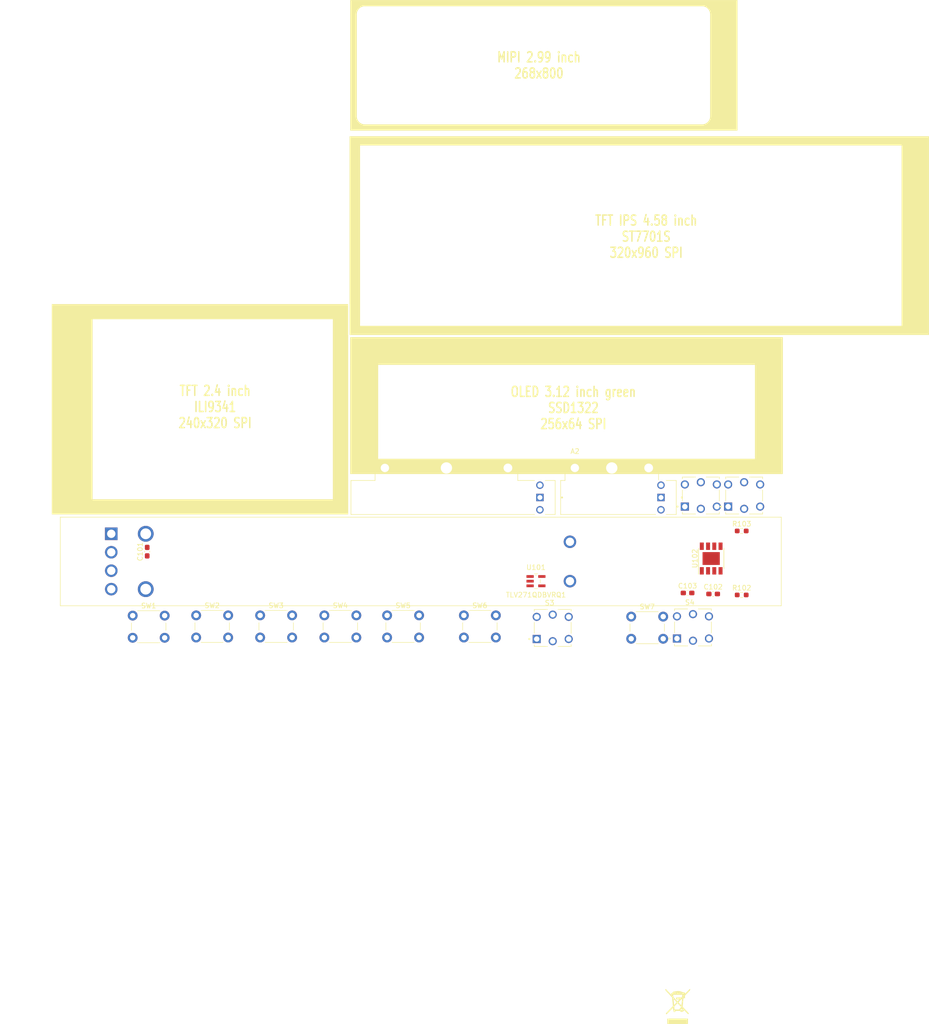
<source format=kicad_pcb>
(kicad_pcb (version 20211014) (generator pcbnew)
  (title_block (title "Winamp") (date "2023-04-05") (rev "1.0") (comment 1 "MIT") (comment 2 "Copyright (©) 2023 André Fiedler <mail@andrefiedler.de>"))
  (layers (0 "F.Cu" signal "Vorderseite") (31 "B.Cu" signal "Rückseite") (34 "B.Paste" user) (35 "F.Paste" user) (36 "B.SilkS" user "B.Silkscreen") (37 "F.SilkS" user "F.Silkscreen") (38 "B.Mask" user) (39 "F.Mask" user) (44 "Edge.Cuts" user))
  (net 0 "")
  (net 1 "GND")
  (net 2 "Net-(C103-Pad1)")
  (net 3 "Net-(R101-Pad2)")
  (net 4 "+3V3")
  (net 5 "Net-(R101-PadA)")
  (net 7 "Net-(R101-PadB)")
  (net 8 "Net-(R102-Pad2)")
  (net 9 "Net-(R103-Pad2)")
  (net 13 "Duration Poti Motor FWD")
  (net 14 "Duration Poti Value")
  (net 15 "Duration Poti Motor REV")
  (footprint "kicad-libraries:WEEE_7mm" (layer "F.Cu") (at 164.8 181.2)
    (fp_text reference "G***" hide)
    (fp_text value "LOGO" hide)
    (fp_poly (pts (xy 2.032 3.527778) (xy -0.014111 3.527778) (xy -2.060222 3.527778) (xy -2.060222 3.019778) (xy -2.060222 2.511778) (xy -0.014111 2.511778) (xy 2.032 2.511778) (xy 2.032 3.019778) (xy 2.032 3.527778)) (layer "F.SilkS") (width 0.1) (fill solid))
    (fp_poly (pts (xy 2.482863 -3.409859) (xy 2.480804 -3.376179) (xy 2.471206 -3.341837) (xy 2.44964 -3.301407) (xy 2.411675 -3.249463) (xy 2.352883 -3.180577) (xy 2.268835 -3.089322) (xy 2.155101 -2.970274) (xy 2.007251 -2.818004) (xy 1.961444 -2.771041) (xy 1.439333 -2.23603) (xy 1.439333 -1.978793) (xy 1.439333 -1.721555) (xy 1.298222 -1.721555) (xy 1.298222 -1.994947) (xy 1.298222 -2.099005) (xy 1.213555 -2.017889) (xy 1.160676 -1.962169) (xy 1.131131 -1.921219) (xy 1.128889 -1.913831) (xy 1.153434 -1.897717) (xy 1.212566 -1.89089) (xy 1.213555 -1.890889) (xy 1.269418 -1.895963) (xy 1.29309 -1.922356) (xy 1.298206 -1.986828) (xy 1.298222 -1.994947) (xy 1.298222 -1.721555) (xy 1.28539 -1.721555) (xy 1.241376 -1.723224) (xy 1.205837 -1.724651) (xy 1.177386 -1.720468) (xy 1.154636 -1.705309) (xy 1.136199 -1.673804) (xy 1.120687 -1.620585) (xy 1.106713 -1.540286) (xy 1.092889 -1.427539) (xy 1.077827 -1.276974) (xy 1.060141 -1.083225) (xy 1.038443 -0.840924) (xy 1.028031 -0.725936) (xy 1.016 -0.593851) (xy 1.016 -2.342444) (xy 1.016 -2.427111) (xy 0.964919 -2.427111) (xy 0.964919 -2.654131) (xy 0.96044 -2.665934) (xy 0.910629 -2.701752) (xy 0.825292 -2.742703) (xy 0.723934 -2.781372) (xy 0.626061 -2.810345) (xy 0.551179 -2.822208) (xy 0.549274 -2.822222) (xy 0.494484 -2.808563) (xy 0.479778 -2.765778) (xy 0.476666 -2.742735) (xy 0.461334 -2.726991) (xy 0.424786 -2.717163) (xy 0.358027 -2.711867) (xy 0.252063 -2.709719) (xy 0.239909 -2.709686) (xy 0.239909 -2.892647) (xy 0.233665 -2.897338) (xy 0.218722 -2.899226) (xy 0.112749 -2.903792) (xy 0.007055 -2.899226) (xy -0.017767 -2.894178) (xy 0.007962 -2.890336) (xy 0.078354 -2.888317) (xy 0.112889 -2.888155) (xy 0.197687 -2.889381) (xy 0.239909 -2.892647) (xy 0.239909 -2.709686) (xy 0.112889 -2.709333) (xy -0.254 -2.709333) (xy -0.254 -2.782537) (xy -0.256796 -2.824575) (xy -0.274517 -2.843911) (xy -0.321168 -2.845575) (xy -0.402167 -2.835755) (xy -0.502773 -2.820747) (xy -0.559752 -2.80431) (xy -0.585498 -2.778111) (xy -0.592403 -2.733815) (xy -0.592667 -2.707668) (xy -0.592667 -2.624667) (xy 0.201011 -2.624667) (xy 0.434757 -2.624964) (xy 0.617649 -2.62606) (xy 0.755277 -2.628256) (xy 0.853229 -2.631858) (xy 0.917094 -2.637169) (xy 0.952461 -2.644492) (xy 0.964919 -2.654131) (xy 0.964919 -2.427111) (xy 0.026103 -2.427111) (xy -0.874889 -2.427111) (xy -0.874889 -2.652889) (xy -0.884518 -2.680377) (xy -0.887335 -2.681111) (xy -0.91143 -2.661335) (xy -0.917222 -2.652889) (xy -0.914985 -2.626883) (xy -0.904777 -2.624667) (xy -0.876038 -2.645153) (xy -0.874889 -2.652889) (xy -0.874889 -2.427111) (xy -0.963793 -2.427111) (xy -0.943537 -2.166055) (xy -0.938094 -2.087369) (xy -0.932714 -2.024235) (xy -0.92321 -1.970393) (xy -0.905395 -1.919583) (xy -0.875081 -1.865545) (xy -0.828081 -1.802019) (xy -0.760208 -1.722746) (xy -0.667273 -1.621464) (xy -0.54509 -1.491915) (xy -0.389471 -1.327837) (xy -0.366889 -1.303985) (xy -0.042333 -0.961041) (xy 0.205281 -1.207243) (xy 0.452896 -1.453444) (xy 0.099448 -1.461343) (xy -0.254 -1.469242) (xy -0.254 -1.623621) (xy -0.254 -1.778) (xy 0.183444 -1.778) (xy 0.620889 -1.778) (xy 0.620889 -1.701353) (xy 0.622969 -1.664993) (xy 0.634687 -1.65375) (xy 0.664256 -1.671682) (xy 0.719893 -1.722845) (xy 0.776111 -1.778) (xy 0.854414 -1.857186) (xy 0.900636 -1.914327) (xy 0.92323 -1.966659) (xy 0.930646 -2.031417) (xy 0.931333 -2.094536) (xy 0.934803 -2.190842) (xy 0.947055 -2.241675) (xy 0.97085 -2.257681) (xy 0.973667 -2.257778) (xy 1.007275 -2.28302) (xy 1.016 -2.342444) (xy 1.016 -0.593851) (xy 0.954054 0.086239) (xy 1.34486 0.498024) (xy 1.555216 0.719617) (xy 1.729916 0.903769) (xy 1.872041 1.054091) (xy 1.984676 1.174196) (xy 2.070901 1.267694) (xy 2.133801 1.338196) (xy 2.176457 1.389314) (xy 2.201952 1.424658) (xy 2.21337 1.447841) (xy 2.213792 1.462473) (xy 2.206301 1.472165) (xy 2.19398 1.480529) (xy 2.187398 1.485028) (xy 2.139541 1.515553) (xy 2.118022 1.524) (xy 2.094879 1.504317) (xy 2.039069 1.449218) (xy 1.956356 1.364626) (xy 1.852504 1.256463) (xy 1.733278 1.130652) (xy 1.678916 1.072812) (xy 1.255889 0.621625) (xy 1.239947 0.712979) (xy 1.197516 0.849251) (xy 1.119827 0.950313) (xy 1.079557 0.982306) (xy 1.017977 1.011638) (xy 1.017977 0.632978) (xy 0.995676 0.556992) (xy 0.945013 0.49721) (xy 0.945013 -1.715394) (xy 0.94482 -1.716067) (xy 0.923395 -1.700567) (xy 0.870211 -1.651048) (xy 0.792165 -1.57462) (xy 0.696154 -1.478392) (xy 0.589075 -1.369476) (xy 0.477826 -1.254981) (xy 0.369303 -1.142017) (xy 0.270405 -1.037695) (xy 0.188029 -0.949124) (xy 0.129071 -0.883415) (xy 0.100429 -0.847678) (xy 0.098778 -0.843916) (xy 0.117043 -0.81413) (xy 0.166773 -0.753937) (xy 0.240369 -0.67125) (xy 0.330231 -0.573984) (xy 0.42876 -0.470051) (xy 0.528358 -0.367365) (xy 0.621424 -0.273839) (xy 0.70036 -0.197387) (xy 0.757566 -0.145921) (xy 0.785443 -0.127355) (xy 0.786505 -0.12776) (xy 0.793707 -0.159396) (xy 0.805121 -0.239895) (xy 0.819901 -0.361901) (xy 0.837205 -0.51806) (xy 0.856186 -0.701015) (xy 0.876002 -0.903411) (xy 0.878183 -0.926402) (xy 0.897143 -1.129855) (xy 0.913788 -1.314176) (xy 0.927509 -1.472128) (xy 0.937694 -1.596473) (xy 0.943732 -1.679974) (xy 0.945013 -1.715394) (xy 0.945013 0.49721) (xy 0.944024 0.496043) (xy 0.871243 0.460602) (xy 0.785555 0.461141) (xy 0.764432 0.470982) (xy 0.764432 0.168896) (xy 0.745079 0.120107) (xy 0.697438 0.051745) (xy 0.618576 -0.041481) (xy 0.505557 -0.164861) (xy 0.374559 -0.303585) (xy -0.041854 -0.741711) (xy -0.132242 -0.647751) (xy -0.132242 -0.841738) (xy -0.508984 -1.238599) (xy -0.625421 -1.36067) (xy -0.727784 -1.466874) (xy -0.810087 -1.55109) (xy -0.866341 -1.607198) (xy -0.89056 -1.629078) (xy -0.891025 -1.629119) (xy -0.890844 -1.599805) (xy -0.886195 -1.523686) (xy -0.877886 -1.410152) (xy -0.866727 -1.268597) (xy -0.853528 -1.108412) (xy -0.839099 -0.938988) (xy -0.824249 -0.769717) (xy -0.809789 -0.60999) (xy -0.796527 -0.4692) (xy -0.785274 -0.356738) (xy -0.776839 -0.281995) (xy -0.772591 -0.25543) (xy -0.74805 -0.256656) (xy -0.687291 -0.300651) (xy -0.590212 -0.387499) (xy -0.456711 -0.517286) (xy -0.445848 -0.528132) (xy -0.132242 -0.841738) (xy -0.132242 -0.647751) (xy -0.403136 -0.366149) (xy -0.532757 -0.230252) (xy -0.62722 -0.127772) (xy -0.691435 -0.052372) (xy -0.730313 0.002286) (xy -0.748765 0.04254) (xy -0.751699 0.074729) (xy -0.750572 0.082317) (xy -0.742402 0.14269) (xy -0.732359 0.241951) (xy -0.722136 0.362656) (xy -0.718145 0.416278) (xy -0.699563 0.677333) (xy -0.138115 0.677333) (xy 0.423333 0.677333) (xy 0.423333 0.584835) (xy 0.449981 0.463491) (xy 0.523642 0.355175) (xy 0.63489 0.272054) (xy 0.682126 0.250719) (xy 0.73002 0.228911) (xy 0.758434 0.2034) (xy 0.764432 0.168896) (xy 0.764432 0.470982) (xy 0.711835 0.495489) (xy 0.659024 0.562819) (xy 0.647539 0.649049) (xy 0.676635 0.735445) (xy 0.723473 0.788174) (xy 0.784468 0.828555) (xy 0.830825 0.846601) (xy 0.832555 0.846667) (xy 0.877213 0.830394) (xy 0.938072 0.790949) (xy 0.941638 0.788174) (xy 1.002705 0.713529) (xy 1.017977 0.632978) (xy 1.017977 1.011638) (xy 0.949842 1.044093) (xy 0.810166 1.060981) (xy 0.675259 1.034339) (xy 0.559855 0.965538) (xy 0.525993 0.9308) (xy 0.455199 0.846667) (xy -0.0264 0.846667) (xy -0.508 0.846667) (xy -0.508 0.959556) (xy -0.508 1.072445) (xy -0.649111 1.072445) (xy -0.790222 1.072445) (xy -0.790222 0.975954) (xy -0.803072 0.881747) (xy -0.831861 0.799565) (xy -0.85235 0.735143) (xy -0.871496 0.630455) (xy -0.886633 0.501661) (xy -0.8916 0.437445) (xy -0.909702 0.155222) (xy -1.596125 0.853722) (xy -1.756866 1.017004) (xy -1.904817 1.166738) (xy -2.035402 1.29834) (xy -2.144049 1.407222) (xy -2.226183 1.4888) (xy -2.277232 1.538486) (xy -2.292741 1.552222) (xy -2.318618 1.535182) (xy -2.3368 1.518356) (xy -2.366614 1.474736) (xy -2.370667 1.458297) (xy -2.351653 1.432751) (xy -2.297528 1.371534) (xy -2.212667 1.27931) (xy -2.101445 1.160741) (xy -1.968236 1.020491) (xy -1.817416 0.863223) (xy -1.653359 0.693601) (xy -1.649999 0.690141) (xy -0.929331 -0.051823) (xy -1.000888 -0.874398) (xy -1.019193 -1.08713) (xy -1.035769 -1.284177) (xy -1.049992 -1.457782) (xy -1.061239 -1.600189) (xy -1.068889 -1.70364) (xy -1.072318 -1.760379) (xy -1.072445 -1.765937) (xy -1.083169 -1.796856) (xy -1.117145 -1.848518) (xy -1.177081 -1.924038) (xy -1.265681 -2.026535) (xy -1.385653 -2.159123) (xy -1.539703 -2.324921) (xy -1.730537 -2.527044) (xy -1.763174 -2.561396) (xy -1.94576 -2.753708) (xy -2.093058 -2.909847) (xy -2.208848 -3.034377) (xy -2.296909 -3.131865) (xy -2.361021 -3.206878) (xy -2.404962 -3.263981) (xy -2.432513 -3.30774) (xy -2.447452 -3.342721) (xy -2.453559 -3.373491) (xy -2.454619 -3.396775) (xy -2.455333 -3.505661) (xy -2.136329 -3.170998) (xy -2.000627 -3.028421) (xy -1.842494 -2.861938) (xy -1.678217 -2.688716) (xy -1.524082 -2.52592) (xy -1.466152 -2.46464) (xy -1.354055 -2.346541) (xy -1.256193 -2.244484) (xy -1.178749 -2.164831) (xy -1.127907 -2.113947) (xy -1.109886 -2.09804) (xy -1.109577 -2.126426) (xy -1.113821 -2.195386) (xy -1.12076 -2.279234) (xy -1.130834 -2.37523) (xy -1.143684 -2.427922) (xy -1.166434 -2.45028) (xy -1.206208 -2.455276) (xy -1.217475 -2.455333) (xy -1.274769 -2.462802) (xy -1.295863 -2.497097) (xy -1.298222 -2.54) (xy -1.290268 -2.600887) (xy -1.25796 -2.622991) (xy -1.232974 -2.624667) (xy -1.165809 -2.649307) (xy -1.106569 -2.707387) (xy -1.038059 -2.780849) (xy -0.96015 -2.840472) (xy -0.90268 -2.886543) (xy -0.87527 -2.932359) (xy -0.874889 -2.936944) (xy -0.866717 -2.958171) (xy -0.836053 -2.973488) (xy -0.773676 -2.98482) (xy -0.670366 -2.994091) (xy -0.571902 -3.000209) (xy -0.444753 -3.009947) (xy -0.342774 -3.022633) (xy -0.277341 -3.036575) (xy -0.259106 -3.046795) (xy -0.227621 -3.061127) (xy -0.152899 -3.071083) (xy -0.047962 -3.076818) (xy 0.074164 -3.078489) (xy 0.200456 -3.076251) (xy 0.31789 -3.07026) (xy 0.41344 -3.060673) (xy 0.474084 -3.047645) (xy 0.488466 -3.037844) (xy 0.523084 -3.012128) (xy 0.59531 -2.989452) (xy 0.645346 -2.980608) (xy 0.752526 -2.955733) (xy 0.873538 -2.912358) (xy 0.942299 -2.880321) (xy 1.046225 -2.831835) (xy 1.128071 -2.811654) (xy 1.210866 -2.814154) (xy 1.212404 -2.814358) (xy 1.324381 -2.811082) (xy 1.398504 -2.765955) (xy 1.435053 -2.678737) (xy 1.439333 -2.621893) (xy 1.416263 -2.519845) (xy 1.351912 -2.452433) (xy 1.25357 -2.427141) (xy 1.249609 -2.427111) (xy 1.20332 -2.41653) (xy 1.186549 -2.373932) (xy 1.185333 -2.342444) (xy 1.192841 -2.282987) (xy 1.210931 -2.257784) (xy 1.211244 -2.257778) (xy 1.236778 -2.277108) (xy 1.296879 -2.331881) (xy 1.386564 -2.417269) (xy 1.500846 -2.528446) (xy 1.634743 -2.660585) (xy 1.783269 -2.808858) (xy 1.859662 -2.885722) (xy 2.48217 -3.513666) (xy 2.482863 -3.409859)) (layer "F.SilkS") (width 0.1) (fill solid))
  )
  (footprint "RDC1032:XDCR_RDC1032" (layer "F.Cu") (at 117.8 77.8)
    (fp_text reference "A1" (at -16.475 -9.385) (layer "F.SilkS"))
    (fp_text value "RDC1032")
    (fp_line (start -14.5 -7.5) (end 14.5 -7.5) (layer "F.SilkS") (width 0.127))
    (fp_line (start -19.4 3.45) (end -19.4 -3.45) (layer "F.SilkS") (width 0.127))
    (fp_line (start -19.4 -3.45) (end -14.5 -3.45) (layer "F.SilkS") (width 0.127))
    (fp_line (start 22.1 -3.45) (end 22.1 3.45) (layer "F.SilkS") (width 0.127))
    (fp_line (start 20.074 -3.45) (end 22.1 -3.45) (layer "F.SilkS") (width 0.127))
    (fp_line (start -14.5 -3.45) (end -14.5 -7.5) (layer "F.SilkS") (width 0.127))
    (fp_line (start 14.5 -7.5) (end 14.5 -3.45) (layer "F.SilkS") (width 0.127))
    (fp_line (start 22.1 3.45) (end 20.074 3.45) (layer "F.SilkS") (width 0.127))
    (fp_line (start 14.5 -3.45) (end 17.926 -3.45) (layer "F.SilkS") (width 0.127))
    (fp_line (start 17.926 3.45) (end -19.4 3.45) (layer "F.SilkS") (width 0.127))
    (fp_circle (center 23.5 0) (end 23.6 0) (layer "F.SilkS") (width 0.2) (fill none))
    (fp_line (start -12.7 -6.85) (end -12.3 -6.85) (layer "Edge.Cuts") (width 0.01))
    (fp_line (start -12.3 -5.15) (end -12.7 -5.15) (layer "Edge.Cuts") (width 0.01))
    (fp_arc (start -12.3 -6.85) (mid -11.698959 -6.601041) (end -11.45 -6) (layer "Edge.Cuts") (width 0.01))
    (fp_arc (start -12.7 -5.15) (mid -13.301041 -5.398959) (end -13.55 -6) (layer "Edge.Cuts") (width 0.01))
    (fp_arc (start -13.55 -6) (mid -13.301041 -6.601041) (end -12.7 -6.85) (layer "Edge.Cuts") (width 0.01))
    (fp_arc (start -11.45 -6) (mid -11.698959 -5.398959) (end -12.3 -5.15) (layer "Edge.Cuts") (width 0.01))
    (pad "" np_thru_hole circle locked (at 0 -6) (size 2.3 2.3) (drill 2.3) (layers *.Cu *.Mask))
    (pad "" np_thru_hole circle locked (at -12.5 -6) (size 1.7 1.7) (drill 1.7) (layers *.Cu *.Mask))
    (pad "" np_thru_hole circle locked (at 12.5 -6) (size 1.78 1.78) (drill 1.78) (layers *.Cu *.Mask))
    (pad "1T" thru_hole rect locked (at 19 0) (size 1.508 1.508) (drill 1) (layers *.Cu *.Mask))
    (pad "2T" thru_hole circle locked (at 19 2.5) (size 1.508 1.508) (drill 1) (layers *.Cu *.Mask))
    (pad "3T" thru_hole circle locked (at 19 -2.5) (size 1.508 1.508) (drill 1) (layers *.Cu *.Mask))
  )
  (footprint "Capacitor_SMD:C_0603_1608Metric_Pad1.08x0.95mm_HandSolder" (layer "F.Cu") (at 57 88.8 90)
    (fp_text reference "C101" (at 0 -1.43 90) (layer "F.SilkS"))
    (fp_text value "100nF")
    (fp_line (start -0.146267 -0.51) (end 0.146267 -0.51) (layer "F.SilkS") (width 0.12))
    (fp_line (start -0.146267 0.51) (end 0.146267 0.51) (layer "F.SilkS") (width 0.12))
    (pad "1" smd roundrect (at -0.8625 0 90) (size 1.075 0.95) (layers "F.Cu" "F.Paste" "F.Mask") (net 1 "GND"))
    (pad "2" smd roundrect (at 0.8625 0 90) (size 1.075 0.95) (layers "F.Cu" "F.Paste" "F.Mask") (net 4 "+3V3"))
  )
  (footprint "TL1240GQ1JCLR:SW_TL1240GQ1JCLR" (layer "F.Cu") (at 169.5 77.4)
    (fp_text reference "S1" (at -0.635 -5.08) (layer "F.SilkS"))
    (fp_text value "TL1240GQ1JCLR")
    (fp_line (start 3.75 3.75) (end 1.074 3.75) (layer "F.SilkS") (width 0.127))
    (fp_line (start 3.75 3.75) (end 3.75 3.3885) (layer "F.SilkS") (width 0.127))
    (fp_line (start 1.074 -3.75) (end 3.75 -3.75) (layer "F.SilkS") (width 0.127))
    (fp_line (start -3.75 -3.75) (end -1.074 -3.75) (layer "F.SilkS") (width 0.127))
    (fp_line (start 3.75 -1.1115) (end 3.75 1.1115) (layer "F.SilkS") (width 0.127))
    (fp_line (start -3.75 -3.3885) (end -3.75 -3.75) (layer "F.SilkS") (width 0.127))
    (fp_line (start -3.75 -1.1115) (end -3.75 1.1115) (layer "F.SilkS") (width 0.127))
    (fp_line (start -3.75 3.75) (end -3.75 3.3885) (layer "F.SilkS") (width 0.127))
    (fp_line (start -1.074 3.75) (end -3.75 3.75) (layer "F.SilkS") (width 0.127))
    (fp_line (start 3.75 -3.75) (end 3.75 -3.3885) (layer "F.SilkS") (width 0.127))
    (fp_circle (center -4.75 2.25) (end -4.65 2.25) (layer "F.SilkS") (width 0.2) (fill none))
    (pad "+" thru_hole circle locked (at 0 -2.7) (size 1.65 1.65) (drill 1.1) (layers *.Cu *.Mask))
    (pad "-" thru_hole circle locked (at 0 2.7) (size 1.65 1.65) (drill 1.1) (layers *.Cu *.Mask))
    (pad "1" thru_hole rect locked (at -3.25 2.25) (size 1.65 1.65) (drill 1.1) (layers *.Cu *.Mask))
    (pad "2" thru_hole circle locked (at 3.25 2.25) (size 1.65 1.65) (drill 1.1) (layers *.Cu *.Mask))
    (pad "3" thru_hole circle locked (at -3.25 -2.25) (size 1.65 1.65) (drill 1.1) (layers *.Cu *.Mask))
    (pad "4" thru_hole circle locked (at 3.25 -2.25) (size 1.65 1.65) (drill 1.1) (layers *.Cu *.Mask))
  )
  (footprint "TL1240GQ1JCLR:SW_TL1240GQ1JCLR" (layer "F.Cu") (at 167.9 104.2)
    (fp_text reference "S4" (at -0.635 -5.08) (layer "F.SilkS"))
    (fp_text value "TL1240GQ1JCLR")
    (fp_line (start -3.75 3.75) (end -3.75 3.3885) (layer "F.SilkS") (width 0.127))
    (fp_line (start 3.75 3.75) (end 1.074 3.75) (layer "F.SilkS") (width 0.127))
    (fp_line (start -1.074 3.75) (end -3.75 3.75) (layer "F.SilkS") (width 0.127))
    (fp_line (start 3.75 -1.1115) (end 3.75 1.1115) (layer "F.SilkS") (width 0.127))
    (fp_line (start -3.75 -1.1115) (end -3.75 1.1115) (layer "F.SilkS") (width 0.127))
    (fp_line (start 3.75 -3.75) (end 3.75 -3.3885) (layer "F.SilkS") (width 0.127))
    (fp_line (start 3.75 3.75) (end 3.75 3.3885) (layer "F.SilkS") (width 0.127))
    (fp_line (start 1.074 -3.75) (end 3.75 -3.75) (layer "F.SilkS") (width 0.127))
    (fp_line (start -3.75 -3.3885) (end -3.75 -3.75) (layer "F.SilkS") (width 0.127))
    (fp_line (start -3.75 -3.75) (end -1.074 -3.75) (layer "F.SilkS") (width 0.127))
    (fp_circle (center -4.75 2.25) (end -4.65 2.25) (layer "F.SilkS") (width 0.2) (fill none))
    (pad "+" thru_hole circle locked (at 0 -2.7) (size 1.65 1.65) (drill 1.1) (layers *.Cu *.Mask))
    (pad "-" thru_hole circle locked (at 0 2.7) (size 1.65 1.65) (drill 1.1) (layers *.Cu *.Mask))
    (pad "1" thru_hole rect locked (at -3.25 2.25) (size 1.65 1.65) (drill 1.1) (layers *.Cu *.Mask))
    (pad "2" thru_hole circle locked (at 3.25 2.25) (size 1.65 1.65) (drill 1.1) (layers *.Cu *.Mask))
    (pad "3" thru_hole circle locked (at -3.25 -2.25) (size 1.65 1.65) (drill 1.1) (layers *.Cu *.Mask))
    (pad "4" thru_hole circle locked (at 3.25 -2.25) (size 1.65 1.65) (drill 1.1) (layers *.Cu *.Mask))
  )
  (footprint "Buttons_Switches_THT:SW_PUSH_6mm_h7.3mm" (layer "F.Cu") (at 121.35 101.75)
    (fp_text reference "SW6" (at 3.25 -2) (layer "F.SilkS"))
    (fp_text value "SW_Push")
    (fp_line (start -0.25 1.5) (end -0.25 3) (layer "F.SilkS") (width 0.12))
    (fp_line (start 1 5.5) (end 5.5 5.5) (layer "F.SilkS") (width 0.12))
    (fp_line (start 6.75 3) (end 6.75 1.5) (layer "F.SilkS") (width 0.12))
    (fp_line (start 5.5 -1) (end 1 -1) (layer "F.SilkS") (width 0.12))
    (pad "1" thru_hole circle locked (at 0 0 90) (size 2 2) (drill 1.1) (layers *.Cu *.Mask))
    (pad "1" thru_hole circle locked (at 6.5 0 90) (size 2 2) (drill 1.1) (layers *.Cu *.Mask))
    (pad "2" thru_hole circle locked (at 0 4.5 90) (size 2 2) (drill 1.1) (layers *.Cu *.Mask))
    (pad "2" thru_hole circle locked (at 6.5 4.5 90) (size 2 2) (drill 1.1) (layers *.Cu *.Mask))
  )
  (footprint "TL1240GQ1JCLR:SW_TL1240GQ1JCLR" (layer "F.Cu") (at 178.3 77.4)
    (fp_text reference "S2" (at -0.635 -5.08) (layer "F.SilkS"))
    (fp_text value "TL1240GQ1JCLR")
    (fp_line (start 3.75 -1.1115) (end 3.75 1.1115) (layer "F.SilkS") (width 0.127))
    (fp_line (start 3.75 -3.75) (end 3.75 -3.3885) (layer "F.SilkS") (width 0.127))
    (fp_line (start 1.074 -3.75) (end 3.75 -3.75) (layer "F.SilkS") (width 0.127))
    (fp_line (start 3.75 3.75) (end 3.75 3.3885) (layer "F.SilkS") (width 0.127))
    (fp_line (start -3.75 -3.75) (end -1.074 -3.75) (layer "F.SilkS") (width 0.127))
    (fp_line (start 3.75 3.75) (end 1.074 3.75) (layer "F.SilkS") (width 0.127))
    (fp_line (start -1.074 3.75) (end -3.75 3.75) (layer "F.SilkS") (width 0.127))
    (fp_line (start -3.75 -1.1115) (end -3.75 1.1115) (layer "F.SilkS") (width 0.127))
    (fp_line (start -3.75 -3.3885) (end -3.75 -3.75) (layer "F.SilkS") (width 0.127))
    (fp_line (start -3.75 3.75) (end -3.75 3.3885) (layer "F.SilkS") (width 0.127))
    (fp_circle (center -4.75 2.25) (end -4.65 2.25) (layer "F.SilkS") (width 0.2) (fill none))
    (pad "+" thru_hole circle locked (at 0 -2.7) (size 1.65 1.65) (drill 1.1) (layers *.Cu *.Mask))
    (pad "-" thru_hole circle locked (at 0 2.7) (size 1.65 1.65) (drill 1.1) (layers *.Cu *.Mask))
    (pad "1" thru_hole rect locked (at -3.25 2.25) (size 1.65 1.65) (drill 1.1) (layers *.Cu *.Mask))
    (pad "2" thru_hole circle locked (at 3.25 2.25) (size 1.65 1.65) (drill 1.1) (layers *.Cu *.Mask))
    (pad "3" thru_hole circle locked (at -3.25 -2.25) (size 1.65 1.65) (drill 1.1) (layers *.Cu *.Mask))
    (pad "4" thru_hole circle locked (at 3.25 -2.25) (size 1.65 1.65) (drill 1.1) (layers *.Cu *.Mask))
  )
  (footprint "Resistor_SMD:R_0603_1608Metric_Pad0.98x0.95mm_HandSolder" (layer "F.Cu") (at 177.8 97.6)
    (fp_text reference "R102" (at 0 -1.43) (layer "F.SilkS"))
    (fp_text value "1k")
    (fp_line (start -0.254724 -0.5225) (end 0.254724 -0.5225) (layer "F.SilkS") (width 0.12))
    (fp_line (start -0.254724 0.5225) (end 0.254724 0.5225) (layer "F.SilkS") (width 0.12))
    (pad "1" smd roundrect (at -0.9125 0) (size 0.975 0.95) (layers "F.Cu" "F.Paste" "F.Mask") (net 13 "Duration Poti Motor FWD"))
    (pad "2" smd roundrect (at 0.9125 0) (size 0.975 0.95) (layers "F.Cu" "F.Paste" "F.Mask") (net 8 "Net-(R102-Pad2)"))
  )
  (footprint "Buttons_Switches_THT:SW_PUSH_6mm_h7.3mm" (layer "F.Cu") (at 54.05 101.8)
    (fp_text reference "SW1" (at 3.25 -2) (layer "F.SilkS"))
    (fp_text value "SW_Push")
    (fp_line (start 5.5 -1) (end 1 -1) (layer "F.SilkS") (width 0.12))
    (fp_line (start 1 5.5) (end 5.5 5.5) (layer "F.SilkS") (width 0.12))
    (fp_line (start -0.25 1.5) (end -0.25 3) (layer "F.SilkS") (width 0.12))
    (fp_line (start 6.75 3) (end 6.75 1.5) (layer "F.SilkS") (width 0.12))
    (pad "1" thru_hole circle locked (at 0 0 90) (size 2 2) (drill 1.1) (layers *.Cu *.Mask))
    (pad "1" thru_hole circle locked (at 6.5 0 90) (size 2 2) (drill 1.1) (layers *.Cu *.Mask))
    (pad "2" thru_hole circle locked (at 6.5 4.5 90) (size 2 2) (drill 1.1) (layers *.Cu *.Mask))
    (pad "2" thru_hole circle locked (at 0 4.5 90) (size 2 2) (drill 1.1) (layers *.Cu *.Mask))
  )
  (footprint "Buttons_Switches_THT:SW_PUSH_6mm_h7.3mm" (layer "F.Cu") (at 93 101.75)
    (fp_text reference "SW4" (at 3.25 -2) (layer "F.SilkS"))
    (fp_text value "SW_Push")
    (fp_line (start 6.75 3) (end 6.75 1.5) (layer "F.SilkS") (width 0.12))
    (fp_line (start 1 5.5) (end 5.5 5.5) (layer "F.SilkS") (width 0.12))
    (fp_line (start 5.5 -1) (end 1 -1) (layer "F.SilkS") (width 0.12))
    (fp_line (start -0.25 1.5) (end -0.25 3) (layer "F.SilkS") (width 0.12))
    (pad "1" thru_hole circle locked (at 6.5 0 90) (size 2 2) (drill 1.1) (layers *.Cu *.Mask))
    (pad "1" thru_hole circle locked (at 0 0 90) (size 2 2) (drill 1.1) (layers *.Cu *.Mask))
    (pad "2" thru_hole circle locked (at 0 4.5 90) (size 2 2) (drill 1.1) (layers *.Cu *.Mask))
    (pad "2" thru_hole circle locked (at 6.5 4.5 90) (size 2 2) (drill 1.1) (layers *.Cu *.Mask))
  )
  (footprint "Buttons_Switches_THT:SW_PUSH_6mm_h7.3mm" (layer "F.Cu") (at 105.75 101.75)
    (fp_text reference "SW5" (at 3.25 -2) (layer "F.SilkS"))
    (fp_text value "SW_Push")
    (fp_line (start -0.25 1.5) (end -0.25 3) (layer "F.SilkS") (width 0.12))
    (fp_line (start 5.5 -1) (end 1 -1) (layer "F.SilkS") (width 0.12))
    (fp_line (start 1 5.5) (end 5.5 5.5) (layer "F.SilkS") (width 0.12))
    (fp_line (start 6.75 3) (end 6.75 1.5) (layer "F.SilkS") (width 0.12))
    (pad "1" thru_hole circle locked (at 6.5 0 90) (size 2 2) (drill 1.1) (layers *.Cu *.Mask))
    (pad "1" thru_hole circle locked (at 0 0 90) (size 2 2) (drill 1.1) (layers *.Cu *.Mask))
    (pad "2" thru_hole circle locked (at 6.5 4.5 90) (size 2 2) (drill 1.1) (layers *.Cu *.Mask))
    (pad "2" thru_hole circle locked (at 0 4.5 90) (size 2 2) (drill 1.1) (layers *.Cu *.Mask))
  )
  (footprint "TLV271QDBVRQ1:TLV271QDBVRQ1" (layer "F.Cu") (at 136 94.8)
    (fp_text reference "U101" (at 0 -2.8) (layer "F.SilkS"))
    (fp_text value "TLV271QDBVRQ1" (at 0 2.8) (layer "F.SilkS"))
    (fp_line (start -0.302516 1.524) (end 0.302516 1.524) (layer "F.SilkS") (width 0.12))
    (fp_line (start 0.302516 -1.524) (end -0.302516 -1.524) (layer "F.SilkS") (width 0.12))
    (fp_line (start 0.8763 0.337861) (end 0.8763 -0.337861) (layer "F.SilkS") (width 0.12))
    (fp_arc (start 0.124872 -1.245953) (mid 0 -1.2192) (end -0.124872 -1.245953) (layer "F.SilkS") (width 0.12))
    (pad "1" smd rect locked (at -1.1938 -0.950001) (size 1.4732 0.5588) (layers "F.Cu" "F.Paste" "F.Mask") (net 14 "Duration Poti Value"))
    (pad "2" smd rect locked (at -1.1938 0) (size 1.4732 0.5588) (layers "F.Cu" "F.Paste" "F.Mask") (net 1 "GND"))
    (pad "3" smd rect locked (at -1.1938 0.950001) (size 1.4732 0.5588) (layers "F.Cu" "F.Paste" "F.Mask") (net 3 "Net-(R101-Pad2)"))
    (pad "4" smd rect locked (at 1.1938 0.950001) (size 1.4732 0.5588) (layers "F.Cu" "F.Paste" "F.Mask") (net 14 "Duration Poti Value"))
    (pad "5" smd rect locked (at 1.1938 -0.950001) (size 1.4732 0.5588) (layers "F.Cu" "F.Paste" "F.Mask") (net 4 "+3V3"))
  )
  (footprint "Buttons_Switches_THT:SW_PUSH_6mm_h7.3mm" (layer "F.Cu") (at 155.35 102)
    (fp_text reference "SW7" (at 3.25 -2) (layer "F.SilkS"))
    (fp_text value "SW_Push")
    (fp_line (start 1 5.5) (end 5.5 5.5) (layer "F.SilkS") (width 0.12))
    (fp_line (start 6.75 3) (end 6.75 1.5) (layer "F.SilkS") (width 0.12))
    (fp_line (start -0.25 1.5) (end -0.25 3) (layer "F.SilkS") (width 0.12))
    (fp_line (start 5.5 -1) (end 1 -1) (layer "F.SilkS") (width 0.12))
    (pad "1" thru_hole circle locked (at 0 0 90) (size 2 2) (drill 1.1) (layers *.Cu *.Mask))
    (pad "1" thru_hole circle locked (at 6.5 0 90) (size 2 2) (drill 1.1) (layers *.Cu *.Mask))
    (pad "2" thru_hole circle locked (at 0 4.5 90) (size 2 2) (drill 1.1) (layers *.Cu *.Mask))
    (pad "2" thru_hole circle locked (at 6.5 4.5 90) (size 2 2) (drill 1.1) (layers *.Cu *.Mask))
  )
  (footprint "Buttons_Switches_THT:SW_PUSH_6mm_h7.3mm" (layer "F.Cu") (at 66.95 101.75)
    (fp_text reference "SW2" (at 3.25 -2) (layer "F.SilkS"))
    (fp_text value "SW_Push")
    (fp_line (start 6.75 3) (end 6.75 1.5) (layer "F.SilkS") (width 0.12))
    (fp_line (start 1 5.5) (end 5.5 5.5) (layer "F.SilkS") (width 0.12))
    (fp_line (start 5.5 -1) (end 1 -1) (layer "F.SilkS") (width 0.12))
    (fp_line (start -0.25 1.5) (end -0.25 3) (layer "F.SilkS") (width 0.12))
    (pad "1" thru_hole circle locked (at 0 0 90) (size 2 2) (drill 1.1) (layers *.Cu *.Mask))
    (pad "1" thru_hole circle locked (at 6.5 0 90) (size 2 2) (drill 1.1) (layers *.Cu *.Mask))
    (pad "2" thru_hole circle locked (at 0 4.5 90) (size 2 2) (drill 1.1) (layers *.Cu *.Mask))
    (pad "2" thru_hole circle locked (at 6.5 4.5 90) (size 2 2) (drill 1.1) (layers *.Cu *.Mask))
  )
  (footprint "RDC1014A09:XDCR_RDC1014A09" (layer "F.Cu") (at 151.4 77.8)
    (fp_text reference "A2" (at -7.475 -9.385) (layer "F.SilkS"))
    (fp_text value "RDC1014A09")
    (fp_line (start 13.1 3.45) (end 11.074 3.45) (layer "F.SilkS") (width 0.127))
    (fp_line (start 8.926 3.45) (end -10.4 3.45) (layer "F.SilkS") (width 0.127))
    (fp_line (start -9.5 -3.45) (end -9.5 -7.5) (layer "F.SilkS") (width 0.127))
    (fp_line (start 13.1 -3.45) (end 13.1 3.45) (layer "F.SilkS") (width 0.127))
    (fp_line (start 11.074 -3.45) (end 13.1 -3.45) (layer "F.SilkS") (width 0.127))
    (fp_line (start -10.4 3.45) (end -10.4 -3.45) (layer "F.SilkS") (width 0.127))
    (fp_line (start 9.5 -7.5) (end 9.5 -3.574) (layer "F.SilkS") (width 0.127))
    (fp_line (start -9.5 -7.5) (end 9.5 -7.5) (layer "F.SilkS") (width 0.127))
    (fp_line (start -10.4 -3.45) (end -9.5 -3.45) (layer "F.SilkS") (width 0.127))
    (fp_circle (center 14.24 0) (end 14.34 0) (layer "F.SilkS") (width 0.2) (fill none))
    (fp_line (start -7.7 -6.85) (end -7.3 -6.85) (layer "Edge.Cuts") (width 0.01))
    (fp_line (start -7.3 -5.15) (end -7.7 -5.15) (layer "Edge.Cuts") (width 0.01))
    (fp_arc (start -6.45 -6) (mid -6.698959 -5.398959) (end -7.3 -5.15) (layer "Edge.Cuts") (width 0.01))
    (fp_arc (start -7.7 -5.15) (mid -8.301041 -5.398959) (end -8.55 -6) (layer "Edge.Cuts") (width 0.01))
    (fp_arc (start -8.55 -6) (mid -8.301041 -6.601041) (end -7.7 -6.85) (layer "Edge.Cuts") (width 0.01))
    (fp_arc (start -7.3 -6.85) (mid -6.698959 -6.601041) (end -6.45 -6) (layer "Edge.Cuts") (width 0.01))
    (pad "" np_thru_hole circle locked (at 0 -6) (size 2.3 2.3) (drill 2.3) (layers *.Cu *.Mask))
    (pad "" np_thru_hole circle locked (at -7.5 -6) (size 1.7 1.7) (drill 1.7) (layers *.Cu *.Mask))
    (pad "" np_thru_hole circle locked (at 7.5 -6) (size 1.78 1.78) (drill 1.78) (layers *.Cu *.Mask))
    (pad "1T" thru_hole rect locked (at 10 0) (size 1.508 1.508) (drill 1) (layers *.Cu *.Mask))
    (pad "2T" thru_hole circle locked (at 10 2.5) (size 1.508 1.508) (drill 1) (layers *.Cu *.Mask))
    (pad "3T" thru_hole circle locked (at 10 -2.5) (size 1.508 1.508) (drill 1) (layers *.Cu *.Mask))
  )
  (footprint "Package_SO:Diodes_SO-8EP" (layer "F.Cu") (at 171.6 90.2 90)
    (fp_text reference "U102" (at 0 -3.3 90) (layer "F.SilkS"))
    (fp_text value "ZXBM5210-SP")
    (fp_line (start -2.075 2.575) (end 2.075 2.575) (layer "F.SilkS") (width 0.15))
    (fp_line (start -3.175 -2.575) (end 2.075 -2.575) (layer "F.SilkS") (width 0.15))
    (pad "1" smd rect (at -2.4975 -1.905 90) (size 1.505 0.802) (layers "F.Cu" "F.Paste" "F.Mask") (net 7 "Net-(R101-PadB)"))
    (pad "2" smd rect (at -2.4975 -0.635 90) (size 1.505 0.802) (layers "F.Cu" "F.Paste" "F.Mask") (net 2 "Net-(C103-Pad1)"))
    (pad "3" smd rect (at -2.4975 0.635 90) (size 1.505 0.802) (layers "F.Cu" "F.Paste" "F.Mask") (net 4 "+3V3"))
    (pad "4" smd rect (at -2.4975 1.905 90) (size 1.505 0.802) (layers "F.Cu" "F.Paste" "F.Mask") (net 8 "Net-(R102-Pad2)"))
    (pad "5" smd rect (at 2.4975 1.905 90) (size 1.505 0.802) (layers "F.Cu" "F.Paste" "F.Mask") (net 9 "Net-(R103-Pad2)"))
    (pad "6" smd rect (at 2.4975 0.635 90) (size 1.505 0.802) (layers "F.Cu" "F.Paste" "F.Mask"))
    (pad "7" smd rect (at 2.4975 -0.635 90) (size 1.505 0.802) (layers "F.Cu" "F.Paste" "F.Mask") (net 5 "Net-(R101-PadA)"))
    (pad "8" smd rect (at 2.4975 -1.905 90) (size 1.505 0.802) (layers "F.Cu" "F.Paste" "F.Mask") (net 1 "GND"))
    (pad "9" smd rect (at 0 0 90) (size 2.613 3.502) (layers "F.Cu" "F.Paste" "F.Mask") (net 1 "GND"))
  )
  (footprint "RSA0N11M9A07:TRIM_RSA0N11M9A07" (layer "F.Cu") (at 112.6 90.8)
    (fp_text reference "R101" (at -70.325 -10.885) (layer "F.SilkS"))
    (fp_text value "RSA0N11M9A07")
    (fp_line (start 73.25 -9) (end 73.25 9) (layer "F.SilkS") (width 0.127))
    (fp_line (start -73.25 9) (end -73.25 -9) (layer "F.SilkS") (width 0.127))
    (fp_line (start -73.25 -9) (end 73.25 -9) (layer "F.SilkS") (width 0.127))
    (fp_line (start 73.25 9) (end -73.25 9) (layer "F.SilkS") (width 0.127))
    (fp_circle (center -62.9 -10.125) (end -62.8 -10.125) (layer "F.SilkS") (width 0.2) (fill none))
    (pad "1" thru_hole rect locked (at -62.9 -5.625) (size 2.55 2.55) (drill 1.7) (layers *.Cu *.Mask) (net 4 "+3V3"))
    (pad "2" thru_hole circle locked (at -62.9 5.625) (size 2.55 2.55) (drill 1.7) (layers *.Cu *.Mask) (net 3 "Net-(R101-Pad2)"))
    (pad "3" thru_hole circle locked (at -62.9 1.875) (size 2.55 2.55) (drill 1.7) (layers *.Cu *.Mask) (net 1 "GND"))
    (pad "A" thru_hole circle locked (at 30.3 -4) (size 2.55 2.55) (drill 1.7) (layers *.Cu *.Mask) (net 5 "Net-(R101-PadA)"))
    (pad "B" thru_hole circle locked (at 30.3 4) (size 2.55 2.55) (drill 1.7) (layers *.Cu *.Mask) (net 7 "Net-(R101-PadB)"))
    (pad "L_1" thru_hole circle locked (at -55.9 -5.625) (size 3.216 3.216) (drill 2.2) (layers *.Cu *.Mask))
    (pad "L_2" thru_hole circle locked (at -55.9 5.625) (size 3.216 3.216) (drill 2.2) (layers *.Cu *.Mask))
    (pad "T" thru_hole circle locked (at -62.9 -1.875) (size 2.55 2.55) (drill 1.7) (layers *.Cu *.Mask))
  )
  (footprint "Capacitor_SMD:C_0603_1608Metric_Pad1.08x0.95mm_HandSolder" (layer "F.Cu") (at 166.8 97.2)
    (fp_text reference "C103" (at 0 -1.43) (layer "F.SilkS"))
    (fp_text value "47µF/10V")
    (fp_line (start -0.146267 -0.51) (end 0.146267 -0.51) (layer "F.SilkS") (width 0.12))
    (fp_line (start -0.146267 0.51) (end 0.146267 0.51) (layer "F.SilkS") (width 0.12))
    (pad "1" smd roundrect (at -0.8625 0) (size 1.075 0.95) (layers "F.Cu" "F.Paste" "F.Mask") (net 2 "Net-(C103-Pad1)"))
    (pad "2" smd roundrect (at 0.8625 0) (size 1.075 0.95) (layers "F.Cu" "F.Paste" "F.Mask"))
  )
  (footprint "Buttons_Switches_THT:SW_PUSH_6mm_h7.3mm" (layer "F.Cu") (at 79.95 101.75)
    (fp_text reference "SW3" (at 3.25 -2) (layer "F.SilkS"))
    (fp_text value "SW_Push")
    (fp_line (start 5.5 -1) (end 1 -1) (layer "F.SilkS") (width 0.12))
    (fp_line (start -0.25 1.5) (end -0.25 3) (layer "F.SilkS") (width 0.12))
    (fp_line (start 1 5.5) (end 5.5 5.5) (layer "F.SilkS") (width 0.12))
    (fp_line (start 6.75 3) (end 6.75 1.5) (layer "F.SilkS") (width 0.12))
    (pad "1" thru_hole circle locked (at 6.5 0 90) (size 2 2) (drill 1.1) (layers *.Cu *.Mask))
    (pad "1" thru_hole circle locked (at 0 0 90) (size 2 2) (drill 1.1) (layers *.Cu *.Mask))
    (pad "2" thru_hole circle locked (at 0 4.5 90) (size 2 2) (drill 1.1) (layers *.Cu *.Mask))
    (pad "2" thru_hole circle locked (at 6.5 4.5 90) (size 2 2) (drill 1.1) (layers *.Cu *.Mask))
  )
  (footprint "Capacitor_SMD:C_0603_1608Metric_Pad1.08x0.95mm_HandSolder" (layer "F.Cu") (at 172 97.4)
    (fp_text reference "C102" (at 0 -1.43) (layer "F.SilkS"))
    (fp_text value "100nF")
    (fp_line (start -0.146267 -0.51) (end 0.146267 -0.51) (layer "F.SilkS") (width 0.12))
    (fp_line (start -0.146267 0.51) (end 0.146267 0.51) (layer "F.SilkS") (width 0.12))
    (pad "1" smd roundrect (at -0.8625 0) (size 1.075 0.95) (layers "F.Cu" "F.Paste" "F.Mask") (net 1 "GND"))
    (pad "2" smd roundrect (at 0.8625 0) (size 1.075 0.95) (layers "F.Cu" "F.Paste" "F.Mask") (net 4 "+3V3"))
  )
  (footprint "Resistor_SMD:R_0603_1608Metric_Pad0.98x0.95mm_HandSolder" (layer "F.Cu") (at 177.8 84.6)
    (fp_text reference "R103" (at 0 -1.43) (layer "F.SilkS"))
    (fp_text value "1k")
    (fp_line (start -0.254724 0.5225) (end 0.254724 0.5225) (layer "F.SilkS") (width 0.12))
    (fp_line (start -0.254724 -0.5225) (end 0.254724 -0.5225) (layer "F.SilkS") (width 0.12))
    (pad "1" smd roundrect (at -0.9125 0) (size 0.975 0.95) (layers "F.Cu" "F.Paste" "F.Mask") (net 15 "Duration Poti Motor REV"))
    (pad "2" smd roundrect (at 0.9125 0) (size 0.975 0.95) (layers "F.Cu" "F.Paste" "F.Mask") (net 9 "Net-(R103-Pad2)"))
  )
  (footprint "TL1240GQ1JCLR:SW_TL1240GQ1JCLR" (layer "F.Cu") (at 139.4 104.3)
    (fp_text reference "S3" (at -0.635 -5.08) (layer "F.SilkS"))
    (fp_text value "TL1240GQ1JCLR")
    (fp_line (start -3.75 -3.3885) (end -3.75 -3.75) (layer "F.SilkS") (width 0.127))
    (fp_line (start 3.75 3.75) (end 3.75 3.3885) (layer "F.SilkS") (width 0.127))
    (fp_line (start -1.074 3.75) (end -3.75 3.75) (layer "F.SilkS") (width 0.127))
    (fp_line (start 3.75 -1.1115) (end 3.75 1.1115) (layer "F.SilkS") (width 0.127))
    (fp_line (start 3.75 -3.75) (end 3.75 -3.3885) (layer "F.SilkS") (width 0.127))
    (fp_line (start -3.75 -1.1115) (end -3.75 1.1115) (layer "F.SilkS") (width 0.127))
    (fp_line (start -3.75 3.75) (end -3.75 3.3885) (layer "F.SilkS") (width 0.127))
    (fp_line (start 1.074 -3.75) (end 3.75 -3.75) (layer "F.SilkS") (width 0.127))
    (fp_line (start 3.75 3.75) (end 1.074 3.75) (layer "F.SilkS") (width 0.127))
    (fp_line (start -3.75 -3.75) (end -1.074 -3.75) (layer "F.SilkS") (width 0.127))
    (fp_circle (center -4.75 2.25) (end -4.65 2.25) (layer "F.SilkS") (width 0.2) (fill none))
    (pad "+" thru_hole circle locked (at 0 -2.7) (size 1.65 1.65) (drill 1.1) (layers *.Cu *.Mask))
    (pad "-" thru_hole circle locked (at 0 2.7) (size 1.65 1.65) (drill 1.1) (layers *.Cu *.Mask))
    (pad "1" thru_hole rect locked (at -3.25 2.25) (size 1.65 1.65) (drill 1.1) (layers *.Cu *.Mask))
    (pad "2" thru_hole circle locked (at 3.25 2.25) (size 1.65 1.65) (drill 1.1) (layers *.Cu *.Mask))
    (pad "3" thru_hole circle locked (at -3.25 -2.25) (size 1.65 1.65) (drill 1.1) (layers *.Cu *.Mask))
    (pad "4" thru_hole circle locked (at 3.25 -2.25) (size 1.65 1.65) (drill 1.1) (layers *.Cu *.Mask))
  )
  (gr_poly (pts (xy 98.276965 45.248703) (xy 186.123036 45.248703) (xy 186.123036 50.83045) (xy 180.535302 50.83045) (xy 103.891826 50.83045) (xy 103.891826 69.974948) (xy 180.535302 69.974948) (xy 180.535302 50.83045) (xy 186.123036 50.83045) (xy 186.123036 73) (xy 98.276965 73)) (layer "F.SilkS") (width 0.06655) (fill solid))
  (gr_poly (pts (xy 98.153123 4.450265) (xy 215.846878 4.450265) (xy 215.846878 6.247327) (xy 210.327821 6.247327) (xy 100.22099 6.247327) (xy 100.22099 42.953009) (xy 210.327821 42.953009) (xy 210.327821 6.247327) (xy 215.846878 6.247327) (xy 215.846878 44.749735) (xy 98.153123 44.749735)) (layer "F.SilkS") (width 0.06655) (fill solid))
  (gr_poly (pts (xy 37.645375 81.194781) (xy 37.645375 38.54956) (xy 45.876063 38.54956) (xy 45.876063 41.54433) (xy 45.876063 78.2) (xy 94.750293 78.2) (xy 94.750293 41.54433) (xy 45.876063 41.54433) (xy 45.876063 38.54956) (xy 97.8 38.54956) (xy 97.8 81.194781)) (layer "F.SilkS") (width 0.06655) (fill solid))
  (gr_poly (pts (xy 98.29397 -23.236835) (xy 176.90603 -23.236835) (xy 176.90603 -20.343825) (xy 171.423952 -20.343825) (xy 171.421745 -20.431012) (xy 171.415196 -20.517058) (xy 171.404413 -20.601857) (xy 171.3895 -20.685302) (xy 171.370566 -20.767286) (xy 171.347717 -20.847703) (xy 171.32106 -20.926446) (xy 171.290702 -21.003407) (xy 171.256749 -21.078482) (xy 171.219309 -21.151561) (xy 171.178487 -21.22254) (xy 171.134392 -21.291311) (xy 171.087129 -21.357768) (xy 171.036805 -21.421803) (xy 170.983528 -21.483311) (xy 170.927403 -21.542184) (xy 170.868539 -21.598316) (xy 170.807041 -21.6516) (xy 170.743016 -21.701929) (xy 170.676571 -21.749196) (xy 170.607814 -21.793295) (xy 170.53685 -21.83412) (xy 170.463786 -21.871563) (xy 170.38873 -21.905518) (xy 170.311788 -21.935877) (xy 170.233067 -21.962535) (xy 170.152673 -21.985385) (xy 170.070714 -22.004319) (xy 169.987296 -22.019231) (xy 169.902526 -22.030015) (xy 169.81651 -22.036564) (xy 169.729357 -22.03877) (xy 101.244719 -22.03877) (xy 101.157565 -22.036564) (xy 101.071549 -22.030015) (xy 100.986778 -22.019231) (xy 100.903359 -22.004319) (xy 100.821399 -21.985384) (xy 100.741005 -21.962534) (xy 100.662283 -21.935876) (xy 100.585341 -21.905516) (xy 100.510284 -21.871561) (xy 100.437221 -21.834118) (xy 100.366256 -21.793293) (xy 100.297499 -21.749193) (xy 100.231054 -21.701926) (xy 100.167029 -21.651596) (xy 100.105531 -21.598312) (xy 100.046666 -21.54218) (xy 99.990542 -21.483307) (xy 99.937264 -21.421799) (xy 99.886941 -21.357764) (xy 99.839678 -21.291307) (xy 99.795583 -21.222536) (xy 99.754761 -21.151557) (xy 99.717321 -21.078477) (xy 99.683368 -21.003403) (xy 99.65301 -20.926442) (xy 99.626353 -20.847699) (xy 99.603504 -20.767283) (xy 99.58457 -20.685299) (xy 99.569658 -20.601855) (xy 99.558874 -20.517057) (xy 99.552326 -20.431011) (xy 99.550119 -20.343825) (xy 99.550119 0.344191) (xy 99.552326 0.431347) (xy 99.558874 0.517366) (xy 99.569658 0.602141) (xy 99.58457 0.685566) (xy 99.603504 0.767534) (xy 99.626353 0.847937) (xy 99.65301 0.926669) (xy 99.683368 1.003624) (xy 99.717321 1.078693) (xy 99.754761 1.15177) (xy 99.795583 1.222749) (xy 99.839678 1.291521) (xy 99.886941 1.357981) (xy 99.937264 1.422022) (xy 99.990542 1.483536) (xy 100.046666 1.542417) (xy 100.105531 1.598557) (xy 100.167029 1.651851) (xy 100.231054 1.70219) (xy 100.297499 1.749468) (xy 100.366256 1.793579) (xy 100.437221 1.834415) (xy 100.510284 1.871868) (xy 100.585341 1.905834) (xy 100.662283 1.936203) (xy 100.741005 1.962871) (xy 100.821399 1.985729) (xy 100.903359 2.004671) (xy 100.986778 2.019589) (xy 101.071549 2.030377) (xy 101.157565 2.036929) (xy 101.244719 2.039137) (xy 169.729357 2.039137) (xy 169.816511 2.036929) (xy 169.902527 2.030377) (xy 169.987298 2.019589) (xy 170.070717 2.00467) (xy 170.152676 1.985728) (xy 170.23307 1.96287) (xy 170.311792 1.936202) (xy 170.388734 1.905832) (xy 170.463791 1.871867) (xy 170.536854 1.834413) (xy 170.607818 1.793577) (xy 170.676576 1.749466) (xy 170.74302 1.702187) (xy 170.807045 1.651848) (xy 170.868543 1.598554) (xy 170.927407 1.542413) (xy 170.983531 1.483532) (xy 171.036808 1.422018) (xy 171.087132 1.357977) (xy 171.134394 1.291517) (xy 171.17849 1.222744) (xy 171.219311 1.151766) (xy 171.256751 1.078688) (xy 171.290704 1.003619) (xy 171.321062 0.926665) (xy 171.347718 0.847934) (xy 171.370567 0.767531) (xy 171.389501 0.685563) (xy 171.404413 0.602139) (xy 171.415197 0.517364) (xy 171.421745 0.431346) (xy 171.423952 0.344191) (xy 171.423952 -20.343825) (xy 176.90603 -20.343825) (xy 176.90603 3.236835) (xy 98.29397 3.236835)) (layer "F.SilkS") (width 0.06655) (fill solid))
  (gr_text "MIPI 2.99 inch\n268x800" (at 136.6 -10) (layer "F.SilkS") (effects (font (size 2.032 1.524) (thickness 0.3048))))
  (gr_text "OLED 3.12 inch green\nSSD1322\n256x64 SPI" (at 143.6 59.6) (layer "F.SilkS") (effects (font (size 2.032 1.524) (thickness 0.3048))))
  (gr_text "TFT 2.4 inch\nILI9341\n240x320 SPI" (at 70.8 59.4) (layer "F.SilkS") (effects (font (size 2.032 1.524) (thickness 0.3048))))
  (gr_text "TFT IPS 4.58 inch\nST7701S\n320x960 SPI" (at 158.4 24.8) (layer "F.SilkS") (effects (font (size 2.032 1.524) (thickness 0.3048))))
)
</source>
